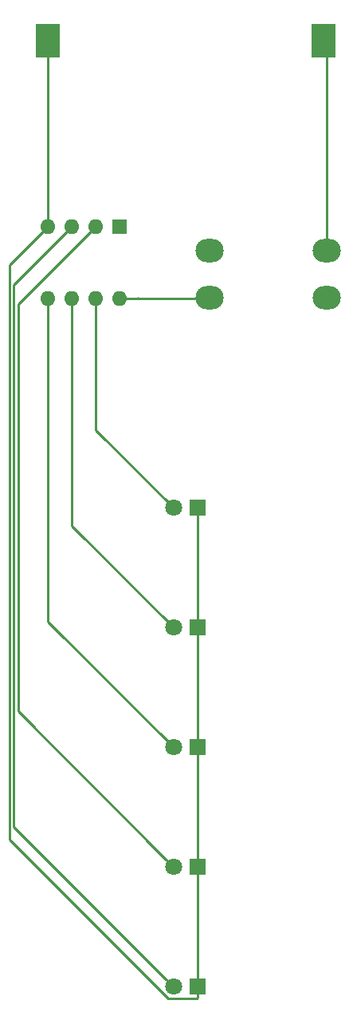
<source format=gtl>
G04 #@! TF.GenerationSoftware,KiCad,Pcbnew,(5.0.2)-1*
G04 #@! TF.CreationDate,2019-02-20T10:06:25+00:00*
G04 #@! TF.ProjectId,PersistenceOfVision,50657273-6973-4746-956e-63654f665669,1*
G04 #@! TF.SameCoordinates,Original*
G04 #@! TF.FileFunction,Copper,L1,Top*
G04 #@! TF.FilePolarity,Positive*
%FSLAX46Y46*%
G04 Gerber Fmt 4.6, Leading zero omitted, Abs format (unit mm)*
G04 Created by KiCad (PCBNEW (5.0.2)-1) date 20/02/2019 10:06:25*
%MOMM*%
%LPD*%
G01*
G04 APERTURE LIST*
G04 #@! TA.AperFunction,ComponentPad*
%ADD10O,3.000000X2.500000*%
G04 #@! TD*
G04 #@! TA.AperFunction,SMDPad,CuDef*
%ADD11R,2.600000X3.600000*%
G04 #@! TD*
G04 #@! TA.AperFunction,ComponentPad*
%ADD12R,1.800000X1.800000*%
G04 #@! TD*
G04 #@! TA.AperFunction,ComponentPad*
%ADD13C,1.800000*%
G04 #@! TD*
G04 #@! TA.AperFunction,ComponentPad*
%ADD14R,1.600000X1.600000*%
G04 #@! TD*
G04 #@! TA.AperFunction,ComponentPad*
%ADD15O,1.600000X1.600000*%
G04 #@! TD*
G04 #@! TA.AperFunction,Conductor*
%ADD16C,0.250000*%
G04 #@! TD*
G04 APERTURE END LIST*
D10*
G04 #@! TO.P,SW1,2*
G04 #@! TO.N,Net-(SW1-Pad2)*
X136525000Y-81835000D03*
G04 #@! TO.P,SW1,1*
G04 #@! TO.N,Net-(BT1-Pad1)*
X136525000Y-76835000D03*
G04 #@! TO.P,SW1,2*
G04 #@! TO.N,Net-(SW1-Pad2)*
X149025000Y-81835000D03*
G04 #@! TO.P,SW1,1*
G04 #@! TO.N,Net-(BT1-Pad1)*
X149025000Y-76835000D03*
G04 #@! TD*
D11*
G04 #@! TO.P,BT1,2*
G04 #@! TO.N,GND*
X119335000Y-54610000D03*
G04 #@! TO.P,BT1,1*
G04 #@! TO.N,Net-(BT1-Pad1)*
X148635000Y-54610000D03*
G04 #@! TD*
D12*
G04 #@! TO.P,D5,1*
G04 #@! TO.N,GND*
X135255000Y-129540000D03*
D13*
G04 #@! TO.P,D5,2*
G04 #@! TO.N,Net-(D5-Pad2)*
X132715000Y-129540000D03*
G04 #@! TD*
G04 #@! TO.P,D4,2*
G04 #@! TO.N,Net-(D4-Pad2)*
X132715000Y-116840000D03*
D12*
G04 #@! TO.P,D4,1*
G04 #@! TO.N,GND*
X135255000Y-116840000D03*
G04 #@! TD*
G04 #@! TO.P,D3,1*
G04 #@! TO.N,GND*
X135255000Y-104140000D03*
D13*
G04 #@! TO.P,D3,2*
G04 #@! TO.N,Net-(D3-Pad2)*
X132715000Y-104140000D03*
G04 #@! TD*
G04 #@! TO.P,D2,2*
G04 #@! TO.N,Net-(D2-Pad2)*
X132715000Y-142240000D03*
D12*
G04 #@! TO.P,D2,1*
G04 #@! TO.N,GND*
X135255000Y-142240000D03*
G04 #@! TD*
G04 #@! TO.P,D1,1*
G04 #@! TO.N,GND*
X135255000Y-154940000D03*
D13*
G04 #@! TO.P,D1,2*
G04 #@! TO.N,Net-(D1-Pad2)*
X132715000Y-154940000D03*
G04 #@! TD*
D14*
G04 #@! TO.P,U1,1*
G04 #@! TO.N,Net-(U1-Pad1)*
X127000000Y-74295000D03*
D15*
G04 #@! TO.P,U1,5*
G04 #@! TO.N,Net-(D5-Pad2)*
X119380000Y-81915000D03*
G04 #@! TO.P,U1,2*
G04 #@! TO.N,Net-(D2-Pad2)*
X124460000Y-74295000D03*
G04 #@! TO.P,U1,6*
G04 #@! TO.N,Net-(D4-Pad2)*
X121920000Y-81915000D03*
G04 #@! TO.P,U1,3*
G04 #@! TO.N,Net-(D1-Pad2)*
X121920000Y-74295000D03*
G04 #@! TO.P,U1,7*
G04 #@! TO.N,Net-(D3-Pad2)*
X124460000Y-81915000D03*
G04 #@! TO.P,U1,4*
G04 #@! TO.N,GND*
X119380000Y-74295000D03*
G04 #@! TO.P,U1,8*
G04 #@! TO.N,Net-(SW1-Pad2)*
X127000000Y-81915000D03*
G04 #@! TD*
D16*
G04 #@! TO.N,Net-(D5-Pad2)*
X119380000Y-116205000D02*
X132715000Y-129540000D01*
X119380000Y-81915000D02*
X119380000Y-116205000D01*
G04 #@! TO.N,Net-(D2-Pad2)*
X131815001Y-141340001D02*
X132715000Y-142240000D01*
X116205000Y-125730000D02*
X131815001Y-141340001D01*
X116205000Y-82550000D02*
X116205000Y-125730000D01*
X124460000Y-74295000D02*
X116205000Y-82550000D01*
G04 #@! TO.N,Net-(D4-Pad2)*
X121920000Y-106045000D02*
X132715000Y-116840000D01*
X121920000Y-81915000D02*
X121920000Y-106045000D01*
G04 #@! TO.N,Net-(D1-Pad2)*
X131815001Y-154040001D02*
X132715000Y-154940000D01*
X115754991Y-137979991D02*
X131815001Y-154040001D01*
X115754991Y-80460009D02*
X115754991Y-137979991D01*
X121920000Y-74295000D02*
X115754991Y-80460009D01*
G04 #@! TO.N,Net-(D3-Pad2)*
X124460000Y-95885000D02*
X132715000Y-104140000D01*
X124460000Y-81915000D02*
X124460000Y-95885000D01*
G04 #@! TO.N,GND*
X119380000Y-54655000D02*
X119335000Y-54610000D01*
X119380000Y-74295000D02*
X119380000Y-54655000D01*
X135255000Y-156090000D02*
X135255000Y-154940000D01*
X135179999Y-156165001D02*
X135255000Y-156090000D01*
X132126999Y-156165001D02*
X135179999Y-156165001D01*
X115304981Y-139342983D02*
X132126999Y-156165001D01*
X115304981Y-78370019D02*
X115304981Y-139342983D01*
X119380000Y-74295000D02*
X115304981Y-78370019D01*
X135255000Y-154940000D02*
X135255000Y-104140000D01*
G04 #@! TO.N,Net-(SW1-Pad2)*
X128985000Y-81835000D02*
X128905000Y-81915000D01*
X136445000Y-81915000D02*
X136525000Y-81835000D01*
X127000000Y-81915000D02*
X136445000Y-81915000D01*
G04 #@! TO.N,Net-(BT1-Pad1)*
X149025000Y-55000000D02*
X148635000Y-54610000D01*
X149025000Y-76835000D02*
X149025000Y-55000000D01*
G04 #@! TD*
M02*

</source>
